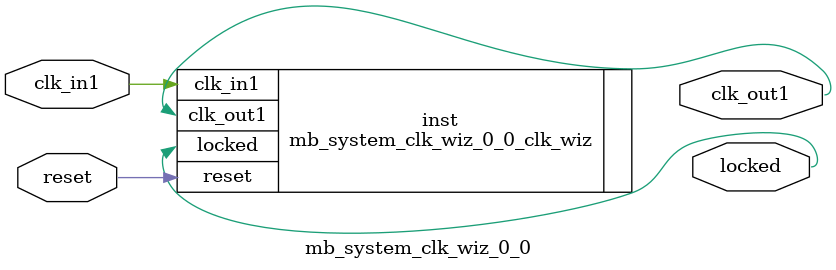
<source format=v>


`timescale 1ps/1ps

(* CORE_GENERATION_INFO = "mb_system_clk_wiz_0_0,clk_wiz_v6_0_6_0_0,{component_name=mb_system_clk_wiz_0_0,use_phase_alignment=true,use_min_o_jitter=false,use_max_i_jitter=false,use_dyn_phase_shift=false,use_inclk_switchover=false,use_dyn_reconfig=false,enable_axi=0,feedback_source=FDBK_AUTO,PRIMITIVE=PLL,num_out_clk=1,clkin1_period=10.000,clkin2_period=10.000,use_power_down=false,use_reset=true,use_locked=true,use_inclk_stopped=false,feedback_type=SINGLE,CLOCK_MGR_TYPE=NA,manual_override=true}" *)

module mb_system_clk_wiz_0_0 
 (
  // Clock out ports
  output        clk_out1,
  // Status and control signals
  input         reset,
  output        locked,
 // Clock in ports
  input         clk_in1
 );

  mb_system_clk_wiz_0_0_clk_wiz inst
  (
  // Clock out ports  
  .clk_out1(clk_out1),
  // Status and control signals               
  .reset(reset), 
  .locked(locked),
 // Clock in ports
  .clk_in1(clk_in1)
  );

endmodule

</source>
